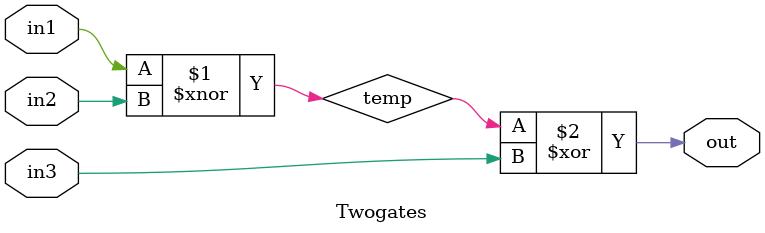
<source format=v>
module Twogates(
    input in1,
    input in2,
    input in3,
    output out);

    wire temp;

    assign temp = in1 ^~ in2;
    assign out = temp ^ in3;

endmodule

</source>
